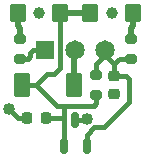
<source format=gbr>
%TF.GenerationSoftware,KiCad,Pcbnew,8.0.2-1*%
%TF.CreationDate,2024-09-06T12:08:35-07:00*%
%TF.ProjectId,HallSwitch,48616c6c-5377-4697-9463-682e6b696361,rev?*%
%TF.SameCoordinates,Original*%
%TF.FileFunction,Copper,L1,Top*%
%TF.FilePolarity,Positive*%
%FSLAX46Y46*%
G04 Gerber Fmt 4.6, Leading zero omitted, Abs format (unit mm)*
G04 Created by KiCad (PCBNEW 8.0.2-1) date 2024-09-06 12:08:35*
%MOMM*%
%LPD*%
G01*
G04 APERTURE LIST*
G04 Aperture macros list*
%AMRoundRect*
0 Rectangle with rounded corners*
0 $1 Rounding radius*
0 $2 $3 $4 $5 $6 $7 $8 $9 X,Y pos of 4 corners*
0 Add a 4 corners polygon primitive as box body*
4,1,4,$2,$3,$4,$5,$6,$7,$8,$9,$2,$3,0*
0 Add four circle primitives for the rounded corners*
1,1,$1+$1,$2,$3*
1,1,$1+$1,$4,$5*
1,1,$1+$1,$6,$7*
1,1,$1+$1,$8,$9*
0 Add four rect primitives between the rounded corners*
20,1,$1+$1,$2,$3,$4,$5,0*
20,1,$1+$1,$4,$5,$6,$7,0*
20,1,$1+$1,$6,$7,$8,$9,0*
20,1,$1+$1,$8,$9,$2,$3,0*%
G04 Aperture macros list end*
%TA.AperFunction,SMDPad,CuDef*%
%ADD10RoundRect,0.150000X0.150000X-0.512500X0.150000X0.512500X-0.150000X0.512500X-0.150000X-0.512500X0*%
%TD*%
%TA.AperFunction,SMDPad,CuDef*%
%ADD11RoundRect,0.225000X0.225000X0.250000X-0.225000X0.250000X-0.225000X-0.250000X0.225000X-0.250000X0*%
%TD*%
%TA.AperFunction,SMDPad,CuDef*%
%ADD12RoundRect,0.280000X0.420000X0.520000X-0.420000X0.520000X-0.420000X-0.520000X0.420000X-0.520000X0*%
%TD*%
%TA.AperFunction,ComponentPad*%
%ADD13C,1.000000*%
%TD*%
%TA.AperFunction,SMDPad,CuDef*%
%ADD14RoundRect,0.200000X0.275000X-0.200000X0.275000X0.200000X-0.275000X0.200000X-0.275000X-0.200000X0*%
%TD*%
%TA.AperFunction,SMDPad,CuDef*%
%ADD15RoundRect,0.225000X-0.250000X0.225000X-0.250000X-0.225000X0.250000X-0.225000X0.250000X0.225000X0*%
%TD*%
%TA.AperFunction,SMDPad,CuDef*%
%ADD16RoundRect,0.200000X-0.275000X0.200000X-0.275000X-0.200000X0.275000X-0.200000X0.275000X0.200000X0*%
%TD*%
%TA.AperFunction,SMDPad,CuDef*%
%ADD17RoundRect,0.280000X-0.420000X-0.520000X0.420000X-0.520000X0.420000X0.520000X-0.420000X0.520000X0*%
%TD*%
%TA.AperFunction,SMDPad,CuDef*%
%ADD18RoundRect,0.250000X-0.450000X-0.800000X0.450000X-0.800000X0.450000X0.800000X-0.450000X0.800000X0*%
%TD*%
%TA.AperFunction,ComponentPad*%
%ADD19R,1.650000X1.650000*%
%TD*%
%TA.AperFunction,ComponentPad*%
%ADD20C,1.650000*%
%TD*%
%TA.AperFunction,ViaPad*%
%ADD21C,1.016000*%
%TD*%
%TA.AperFunction,Conductor*%
%ADD22C,0.381000*%
%TD*%
%TA.AperFunction,Conductor*%
%ADD23C,0.508000*%
%TD*%
G04 APERTURE END LIST*
D10*
%TO.P,U1,1,VDD*%
%TO.N,VDD*%
X126050000Y-104413900D03*
%TO.P,U1,2,OUT*%
%TO.N,Net-(J1-Pin_3)*%
X127950000Y-104413900D03*
%TO.P,U1,3,VSS*%
%TO.N,GND*%
X127000000Y-102138900D03*
%TD*%
D11*
%TO.P,C2,1*%
%TO.N,VDD*%
X124473000Y-102006400D03*
%TO.P,C2,2*%
%TO.N,GND*%
X122923000Y-102006400D03*
%TD*%
D12*
%TO.P,D1,1,K*%
%TO.N,Net-(D1-K)*%
X131870000Y-93116400D03*
%TO.P,D1,2,A*%
%TO.N,VDD*%
X128270000Y-93116400D03*
D13*
%TO.P,D1,3*%
%TO.N,N/C*%
X130070000Y-93116400D03*
%TD*%
D14*
%TO.P,R3,1*%
%TO.N,VDD*%
X128778000Y-100037400D03*
%TO.P,R3,2*%
%TO.N,Net-(J1-Pin_3)*%
X128778000Y-98387400D03*
%TD*%
D15*
%TO.P,C1,1*%
%TO.N,Net-(J1-Pin_3)*%
X130302000Y-98437400D03*
%TO.P,C1,2*%
%TO.N,GND*%
X130302000Y-99987400D03*
%TD*%
D16*
%TO.P,R2,1*%
%TO.N,Net-(D1-K)*%
X131699000Y-95339400D03*
%TO.P,R2,2*%
%TO.N,Net-(J1-Pin_3)*%
X131699000Y-96989400D03*
%TD*%
%TO.P,R1,1*%
%TO.N,Net-(D2-K)*%
X122301000Y-95339400D03*
%TO.P,R1,2*%
%TO.N,GND*%
X122301000Y-96989400D03*
%TD*%
D17*
%TO.P,D2,1,K*%
%TO.N,Net-(D2-K)*%
X122130000Y-93116400D03*
%TO.P,D2,2,A*%
%TO.N,VDD*%
X125730000Y-93116400D03*
D13*
%TO.P,D2,3*%
%TO.N,N/C*%
X123930000Y-93116400D03*
%TD*%
D18*
%TO.P,D3,1,K*%
%TO.N,VDD*%
X122514000Y-99212400D03*
%TO.P,D3,2,A*%
%TO.N,V_{Raw}*%
X126914000Y-99212400D03*
%TD*%
D19*
%TO.P,J1,1,Pin_1*%
%TO.N,GND*%
X124460000Y-96291400D03*
D20*
%TO.P,J1,2,Pin_2*%
%TO.N,V_{Raw}*%
X127000000Y-96291400D03*
%TO.P,J1,3,Pin_3*%
%TO.N,Net-(J1-Pin_3)*%
X129540000Y-96291400D03*
%TD*%
D21*
%TO.N,GND*%
X127987213Y-102113304D03*
X121412000Y-101244400D03*
%TD*%
D22*
%TO.N,VDD*%
X123698000Y-99212400D02*
X124587000Y-98323400D01*
X124473000Y-102006400D02*
X126050000Y-102006400D01*
X128778000Y-100037400D02*
X128778000Y-100736400D01*
X128778000Y-100736400D02*
X128533500Y-100980900D01*
X125222000Y-98323400D02*
X125730000Y-97815400D01*
D23*
X128270000Y-93116400D02*
X125730000Y-93116400D01*
D22*
X128533500Y-100980900D02*
X127897829Y-100980900D01*
X123698000Y-99212400D02*
X122514000Y-99212400D01*
X127897829Y-100980900D02*
X127888329Y-100990400D01*
X126050000Y-102006400D02*
X126050000Y-100990400D01*
X126050000Y-104413900D02*
X126050000Y-102006400D01*
X125730000Y-97815400D02*
X125730000Y-93116400D01*
X127888329Y-100990400D02*
X125476000Y-100990400D01*
X125476000Y-100990400D02*
X123698000Y-99212400D01*
X124587000Y-98323400D02*
X125222000Y-98323400D01*
%TO.N,GND*%
X127987213Y-102113304D02*
X127961617Y-102138900D01*
X123190000Y-96545400D02*
X123444000Y-96291400D01*
X122174000Y-102006400D02*
X121412000Y-101244400D01*
X122923000Y-102006400D02*
X122174000Y-102006400D01*
X127961617Y-102138900D02*
X127000000Y-102138900D01*
X124333000Y-96164400D02*
X124460000Y-96291400D01*
X123000000Y-96989400D02*
X123190000Y-96799400D01*
X122301000Y-96989400D02*
X123000000Y-96989400D01*
X123444000Y-96291400D02*
X124460000Y-96291400D01*
X123190000Y-96799400D02*
X123190000Y-96545400D01*
%TO.N,Net-(J1-Pin_3)*%
X130302000Y-97434400D02*
X130302000Y-98437400D01*
X129540000Y-96672400D02*
X130302000Y-97434400D01*
X130747000Y-96989400D02*
X130619500Y-97116900D01*
X127950000Y-104413900D02*
X127950000Y-103419775D01*
X129540000Y-96291400D02*
X129540000Y-96672400D01*
X131699000Y-96989400D02*
X130747000Y-96989400D01*
X128778000Y-97434400D02*
X128778000Y-98387400D01*
X128591875Y-102777900D02*
X129403500Y-102777900D01*
X127950000Y-103419775D02*
X128591875Y-102777900D01*
X131305000Y-98437400D02*
X130302000Y-98437400D01*
X131559000Y-98691400D02*
X131305000Y-98437400D01*
X130556000Y-97180400D02*
X130302000Y-97434400D01*
X131559000Y-100622400D02*
X131559000Y-98691400D01*
X129540000Y-96672400D02*
X128778000Y-97434400D01*
X129403500Y-102777900D02*
X131559000Y-100622400D01*
D23*
%TO.N,Net-(D2-K)*%
X122301000Y-95339400D02*
X122301000Y-94430400D01*
X122130000Y-94259400D02*
X122130000Y-93116400D01*
X122301000Y-94430400D02*
X122130000Y-94259400D01*
%TO.N,Net-(D1-K)*%
X131870000Y-94259400D02*
X131870000Y-93116400D01*
X131699000Y-94430400D02*
X131870000Y-94259400D01*
X131699000Y-95339400D02*
X131699000Y-94430400D01*
%TO.N,V_{Raw}*%
X126914000Y-96377400D02*
X127000000Y-96291400D01*
X126914000Y-99212400D02*
X126914000Y-96377400D01*
%TD*%
M02*

</source>
